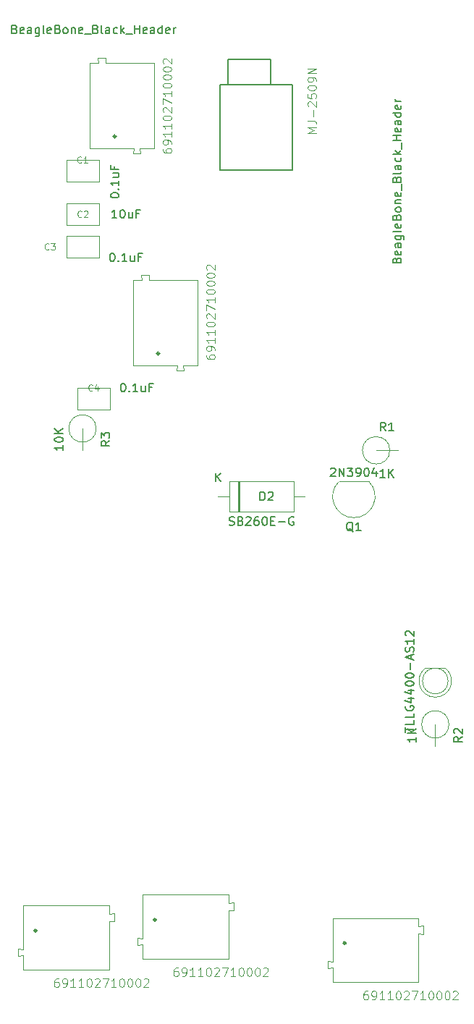
<source format=gbr>
G04 #@! TF.GenerationSoftware,KiCad,Pcbnew,5.1.5-1.fc30*
G04 #@! TF.CreationDate,2020-06-02T12:14:53+03:00*
G04 #@! TF.ProjectId,savustin_real2,73617675-7374-4696-9e5f-7265616c322e,rev?*
G04 #@! TF.SameCoordinates,PX6d2994cPYa3a71e0*
G04 #@! TF.FileFunction,Other,Fab,Top*
%FSLAX46Y46*%
G04 Gerber Fmt 4.6, Leading zero omitted, Abs format (unit mm)*
G04 Created by KiCad (PCBNEW 5.1.5-1.fc30) date 2020-06-02 12:14:53*
%MOMM*%
%LPD*%
G04 APERTURE LIST*
%ADD10C,0.127000*%
%ADD11C,0.100000*%
%ADD12C,0.300000*%
%ADD13C,0.015000*%
%ADD14C,0.150000*%
%ADD15C,0.114000*%
G04 APERTURE END LIST*
D10*
X26545000Y109600000D02*
X26545000Y106600000D01*
X31545000Y109600000D02*
X26545000Y109600000D01*
X31545000Y106600000D02*
X31545000Y109600000D01*
X34045000Y96600000D02*
X34045000Y106600000D01*
X25645000Y96600000D02*
X34045000Y96600000D01*
X25645000Y106600000D02*
X25645000Y96600000D01*
X26545000Y106600000D02*
X25645000Y106600000D01*
X31545000Y106600000D02*
X26545000Y106600000D01*
X34045000Y106600000D02*
X31545000Y106600000D01*
D11*
X27720000Y60220000D02*
X27720000Y56620000D01*
X27920000Y60220000D02*
X27920000Y56620000D01*
X27820000Y60220000D02*
X27820000Y56620000D01*
X35560000Y58420000D02*
X34280000Y58420000D01*
X25400000Y58420000D02*
X26680000Y58420000D01*
X34280000Y60220000D02*
X26680000Y60220000D01*
X34280000Y56620000D02*
X34280000Y60220000D01*
X26680000Y56620000D02*
X34280000Y56620000D01*
X26680000Y60220000D02*
X26680000Y56620000D01*
X51966190Y38330000D02*
X49633810Y38330000D01*
X52300000Y36830000D02*
G75*
G03X52300000Y36830000I-1500000J0D01*
G01*
X49634524Y38330555D02*
G75*
G03X51966190Y38330000I1165476J-1500555D01*
G01*
X9525000Y66372500D02*
X9525000Y63832500D01*
X11125000Y66372500D02*
G75*
G03X11125000Y66372500I-1600000J0D01*
G01*
X50800000Y31750000D02*
X50800000Y29210000D01*
X52400000Y31750000D02*
G75*
G03X52400000Y31750000I-1600000J0D01*
G01*
X43878500Y63817500D02*
X46418500Y63817500D01*
X45478500Y63817500D02*
G75*
G03X45478500Y63817500I-1600000J0D01*
G01*
D12*
X4120000Y7650000D02*
G75*
G03X4120000Y7650000I-100000J0D01*
G01*
D11*
X2620000Y5450000D02*
X2020000Y5525000D01*
X2620000Y4750000D02*
X2020000Y4675000D01*
X2020000Y5525000D02*
X2020000Y4675000D01*
X12620000Y8750000D02*
X13220000Y8700000D01*
X12620000Y9600000D02*
X13220000Y9650000D01*
X13220000Y8700000D02*
X13220000Y9650000D01*
X12620000Y8750000D02*
X12620000Y3050000D01*
X12620000Y10550000D02*
X12620000Y9600000D01*
X2620000Y4750000D02*
X2620000Y3050000D01*
X2620000Y10550000D02*
X2620000Y5450000D01*
X12620000Y10550000D02*
X2620000Y10550000D01*
X2620000Y3050000D02*
X12620000Y3050000D01*
D12*
X13405000Y100540000D02*
G75*
G03X13405000Y100540000I-100000J0D01*
G01*
D11*
X15505000Y99140000D02*
X15430000Y98540000D01*
X16205000Y99140000D02*
X16280000Y98540000D01*
X15430000Y98540000D02*
X16280000Y98540000D01*
X12205000Y109140000D02*
X12255000Y109740000D01*
X11355000Y109140000D02*
X11305000Y109740000D01*
X12255000Y109740000D02*
X11305000Y109740000D01*
X12205000Y109140000D02*
X17905000Y109140000D01*
X10405000Y109140000D02*
X11355000Y109140000D01*
X16205000Y99140000D02*
X17905000Y99140000D01*
X10405000Y99140000D02*
X15505000Y99140000D01*
X10405000Y109140000D02*
X10405000Y99140000D01*
X17905000Y99140000D02*
X17905000Y109140000D01*
D12*
X40289600Y6176800D02*
G75*
G03X40289600Y6176800I-100000J0D01*
G01*
D11*
X38789600Y3976800D02*
X38189600Y4051800D01*
X38789600Y3276800D02*
X38189600Y3201800D01*
X38189600Y4051800D02*
X38189600Y3201800D01*
X48789600Y7276800D02*
X49389600Y7226800D01*
X48789600Y8126800D02*
X49389600Y8176800D01*
X49389600Y7226800D02*
X49389600Y8176800D01*
X48789600Y7276800D02*
X48789600Y1576800D01*
X48789600Y9076800D02*
X48789600Y8126800D01*
X38789600Y3276800D02*
X38789600Y1576800D01*
X38789600Y9076800D02*
X38789600Y3976800D01*
X48789600Y9076800D02*
X38789600Y9076800D01*
X38789600Y1576800D02*
X48789600Y1576800D01*
D12*
X18090000Y8920000D02*
G75*
G03X18090000Y8920000I-100000J0D01*
G01*
D11*
X16590000Y6720000D02*
X15990000Y6795000D01*
X16590000Y6020000D02*
X15990000Y5945000D01*
X15990000Y6795000D02*
X15990000Y5945000D01*
X26590000Y10020000D02*
X27190000Y9970000D01*
X26590000Y10870000D02*
X27190000Y10920000D01*
X27190000Y9970000D02*
X27190000Y10920000D01*
X26590000Y10020000D02*
X26590000Y4320000D01*
X26590000Y11820000D02*
X26590000Y10870000D01*
X16590000Y6020000D02*
X16590000Y4320000D01*
X16590000Y11820000D02*
X16590000Y6720000D01*
X26590000Y11820000D02*
X16590000Y11820000D01*
X16590000Y4320000D02*
X26590000Y4320000D01*
X43028625Y60173625D02*
G75*
G02X41275000Y55940000I-1753625J-1753625D01*
G01*
X39521375Y60173625D02*
G75*
G03X41275000Y55940000I1753625J-1753625D01*
G01*
X43045000Y60170000D02*
X39545000Y60170000D01*
D12*
X18485000Y75140000D02*
G75*
G03X18485000Y75140000I-100000J0D01*
G01*
D11*
X20585000Y73740000D02*
X20510000Y73140000D01*
X21285000Y73740000D02*
X21360000Y73140000D01*
X20510000Y73140000D02*
X21360000Y73140000D01*
X17285000Y83740000D02*
X17335000Y84340000D01*
X16435000Y83740000D02*
X16385000Y84340000D01*
X17335000Y84340000D02*
X16385000Y84340000D01*
X17285000Y83740000D02*
X22985000Y83740000D01*
X15485000Y83740000D02*
X16435000Y83740000D01*
X21285000Y73740000D02*
X22985000Y73740000D01*
X15485000Y73740000D02*
X20585000Y73740000D01*
X15485000Y83740000D02*
X15485000Y73740000D01*
X22985000Y73740000D02*
X22985000Y83740000D01*
X8915000Y68550000D02*
X12715000Y68550000D01*
X8915000Y71150000D02*
X8915000Y68550000D01*
X12715000Y71150000D02*
X8915000Y71150000D01*
X12715000Y68550000D02*
X12715000Y71150000D01*
X7645000Y86330000D02*
X11445000Y86330000D01*
X7645000Y88930000D02*
X7645000Y86330000D01*
X11445000Y88930000D02*
X7645000Y88930000D01*
X11445000Y86330000D02*
X11445000Y88930000D01*
X7645000Y90140000D02*
X11445000Y90140000D01*
X7645000Y92740000D02*
X7645000Y90140000D01*
X11445000Y92740000D02*
X7645000Y92740000D01*
X11445000Y90140000D02*
X11445000Y92740000D01*
X7645000Y95220000D02*
X11445000Y95220000D01*
X7645000Y97820000D02*
X7645000Y95220000D01*
X11445000Y97820000D02*
X7645000Y97820000D01*
X11445000Y95220000D02*
X11445000Y97820000D01*
D13*
X36874407Y100957921D02*
X35874116Y100957921D01*
X36588610Y101291351D01*
X35874116Y101624782D01*
X36874407Y101624782D01*
X35874116Y102386908D02*
X36588610Y102386908D01*
X36731508Y102339275D01*
X36826774Y102244009D01*
X36874407Y102101111D01*
X36874407Y102005845D01*
X36493344Y102863237D02*
X36493344Y103625364D01*
X35969382Y104054060D02*
X35921749Y104101693D01*
X35874116Y104196959D01*
X35874116Y104435123D01*
X35921749Y104530389D01*
X35969382Y104578022D01*
X36064648Y104625655D01*
X36159914Y104625655D01*
X36302812Y104578022D01*
X36874407Y104006427D01*
X36874407Y104625655D01*
X35874116Y105530680D02*
X35874116Y105054351D01*
X36350445Y105006718D01*
X36302812Y105054351D01*
X36255179Y105149617D01*
X36255179Y105387781D01*
X36302812Y105483047D01*
X36350445Y105530680D01*
X36445711Y105578313D01*
X36683875Y105578313D01*
X36779141Y105530680D01*
X36826774Y105483047D01*
X36874407Y105387781D01*
X36874407Y105149617D01*
X36826774Y105054351D01*
X36779141Y105006718D01*
X35874116Y106197541D02*
X35874116Y106292806D01*
X35921749Y106388072D01*
X35969382Y106435705D01*
X36064648Y106483338D01*
X36255179Y106530971D01*
X36493344Y106530971D01*
X36683875Y106483338D01*
X36779141Y106435705D01*
X36826774Y106388072D01*
X36874407Y106292806D01*
X36874407Y106197541D01*
X36826774Y106102275D01*
X36779141Y106054642D01*
X36683875Y106007009D01*
X36493344Y105959376D01*
X36255179Y105959376D01*
X36064648Y106007009D01*
X35969382Y106054642D01*
X35921749Y106102275D01*
X35874116Y106197541D01*
X36874407Y107007300D02*
X36874407Y107197832D01*
X36826774Y107293097D01*
X36779141Y107340730D01*
X36636243Y107435996D01*
X36445711Y107483629D01*
X36064648Y107483629D01*
X35969382Y107435996D01*
X35921749Y107388363D01*
X35874116Y107293097D01*
X35874116Y107102566D01*
X35921749Y107007300D01*
X35969382Y106959667D01*
X36064648Y106912034D01*
X36302812Y106912034D01*
X36398078Y106959667D01*
X36445711Y107007300D01*
X36493344Y107102566D01*
X36493344Y107293097D01*
X36445711Y107388363D01*
X36398078Y107435996D01*
X36302812Y107483629D01*
X36874407Y107912325D02*
X35874116Y107912325D01*
X36874407Y108483920D01*
X35874116Y108483920D01*
D14*
X26694285Y55095239D02*
X26837142Y55047620D01*
X27075238Y55047620D01*
X27170476Y55095239D01*
X27218095Y55142858D01*
X27265714Y55238096D01*
X27265714Y55333334D01*
X27218095Y55428572D01*
X27170476Y55476191D01*
X27075238Y55523810D01*
X26884761Y55571429D01*
X26789523Y55619048D01*
X26741904Y55666667D01*
X26694285Y55761905D01*
X26694285Y55857143D01*
X26741904Y55952381D01*
X26789523Y56000000D01*
X26884761Y56047620D01*
X27122857Y56047620D01*
X27265714Y56000000D01*
X28027619Y55571429D02*
X28170476Y55523810D01*
X28218095Y55476191D01*
X28265714Y55380953D01*
X28265714Y55238096D01*
X28218095Y55142858D01*
X28170476Y55095239D01*
X28075238Y55047620D01*
X27694285Y55047620D01*
X27694285Y56047620D01*
X28027619Y56047620D01*
X28122857Y56000000D01*
X28170476Y55952381D01*
X28218095Y55857143D01*
X28218095Y55761905D01*
X28170476Y55666667D01*
X28122857Y55619048D01*
X28027619Y55571429D01*
X27694285Y55571429D01*
X28646666Y55952381D02*
X28694285Y56000000D01*
X28789523Y56047620D01*
X29027619Y56047620D01*
X29122857Y56000000D01*
X29170476Y55952381D01*
X29218095Y55857143D01*
X29218095Y55761905D01*
X29170476Y55619048D01*
X28599047Y55047620D01*
X29218095Y55047620D01*
X30075238Y56047620D02*
X29884761Y56047620D01*
X29789523Y56000000D01*
X29741904Y55952381D01*
X29646666Y55809524D01*
X29599047Y55619048D01*
X29599047Y55238096D01*
X29646666Y55142858D01*
X29694285Y55095239D01*
X29789523Y55047620D01*
X29980000Y55047620D01*
X30075238Y55095239D01*
X30122857Y55142858D01*
X30170476Y55238096D01*
X30170476Y55476191D01*
X30122857Y55571429D01*
X30075238Y55619048D01*
X29980000Y55666667D01*
X29789523Y55666667D01*
X29694285Y55619048D01*
X29646666Y55571429D01*
X29599047Y55476191D01*
X30789523Y56047620D02*
X30884761Y56047620D01*
X30980000Y56000000D01*
X31027619Y55952381D01*
X31075238Y55857143D01*
X31122857Y55666667D01*
X31122857Y55428572D01*
X31075238Y55238096D01*
X31027619Y55142858D01*
X30980000Y55095239D01*
X30884761Y55047620D01*
X30789523Y55047620D01*
X30694285Y55095239D01*
X30646666Y55142858D01*
X30599047Y55238096D01*
X30551428Y55428572D01*
X30551428Y55666667D01*
X30599047Y55857143D01*
X30646666Y55952381D01*
X30694285Y56000000D01*
X30789523Y56047620D01*
X31551428Y55571429D02*
X31884761Y55571429D01*
X32027619Y55047620D02*
X31551428Y55047620D01*
X31551428Y56047620D01*
X32027619Y56047620D01*
X32456190Y55428572D02*
X33218095Y55428572D01*
X34218095Y56000000D02*
X34122857Y56047620D01*
X33980000Y56047620D01*
X33837142Y56000000D01*
X33741904Y55904762D01*
X33694285Y55809524D01*
X33646666Y55619048D01*
X33646666Y55476191D01*
X33694285Y55285715D01*
X33741904Y55190477D01*
X33837142Y55095239D01*
X33980000Y55047620D01*
X34075238Y55047620D01*
X34218095Y55095239D01*
X34265714Y55142858D01*
X34265714Y55476191D01*
X34075238Y55476191D01*
X25138095Y60167620D02*
X25138095Y61167620D01*
X25709523Y60167620D02*
X25280952Y60739048D01*
X25709523Y61167620D02*
X25138095Y60596191D01*
X30311904Y57967620D02*
X30311904Y58967620D01*
X30550000Y58967620D01*
X30692857Y58920000D01*
X30788095Y58824762D01*
X30835714Y58729524D01*
X30883333Y58539048D01*
X30883333Y58396191D01*
X30835714Y58205715D01*
X30788095Y58110477D01*
X30692857Y58015239D01*
X30550000Y57967620D01*
X30311904Y57967620D01*
X31264285Y58872381D02*
X31311904Y58920000D01*
X31407142Y58967620D01*
X31645238Y58967620D01*
X31740476Y58920000D01*
X31788095Y58872381D01*
X31835714Y58777143D01*
X31835714Y58681905D01*
X31788095Y58539048D01*
X31216666Y57967620D01*
X31835714Y57967620D01*
X47292380Y30853810D02*
X47292380Y31425239D01*
X48292380Y31139524D02*
X47292380Y31139524D01*
X48292380Y32234762D02*
X48292380Y31758572D01*
X47292380Y31758572D01*
X48292380Y33044286D02*
X48292380Y32568096D01*
X47292380Y32568096D01*
X47340000Y33901429D02*
X47292380Y33806191D01*
X47292380Y33663334D01*
X47340000Y33520477D01*
X47435238Y33425239D01*
X47530476Y33377620D01*
X47720952Y33330000D01*
X47863809Y33330000D01*
X48054285Y33377620D01*
X48149523Y33425239D01*
X48244761Y33520477D01*
X48292380Y33663334D01*
X48292380Y33758572D01*
X48244761Y33901429D01*
X48197142Y33949048D01*
X47863809Y33949048D01*
X47863809Y33758572D01*
X47625714Y34806191D02*
X48292380Y34806191D01*
X47244761Y34568096D02*
X47959047Y34330000D01*
X47959047Y34949048D01*
X47625714Y35758572D02*
X48292380Y35758572D01*
X47244761Y35520477D02*
X47959047Y35282381D01*
X47959047Y35901429D01*
X47292380Y36472858D02*
X47292380Y36568096D01*
X47340000Y36663334D01*
X47387619Y36710953D01*
X47482857Y36758572D01*
X47673333Y36806191D01*
X47911428Y36806191D01*
X48101904Y36758572D01*
X48197142Y36710953D01*
X48244761Y36663334D01*
X48292380Y36568096D01*
X48292380Y36472858D01*
X48244761Y36377620D01*
X48197142Y36330000D01*
X48101904Y36282381D01*
X47911428Y36234762D01*
X47673333Y36234762D01*
X47482857Y36282381D01*
X47387619Y36330000D01*
X47340000Y36377620D01*
X47292380Y36472858D01*
X47292380Y37425239D02*
X47292380Y37520477D01*
X47340000Y37615715D01*
X47387619Y37663334D01*
X47482857Y37710953D01*
X47673333Y37758572D01*
X47911428Y37758572D01*
X48101904Y37710953D01*
X48197142Y37663334D01*
X48244761Y37615715D01*
X48292380Y37520477D01*
X48292380Y37425239D01*
X48244761Y37330000D01*
X48197142Y37282381D01*
X48101904Y37234762D01*
X47911428Y37187143D01*
X47673333Y37187143D01*
X47482857Y37234762D01*
X47387619Y37282381D01*
X47340000Y37330000D01*
X47292380Y37425239D01*
X47911428Y38187143D02*
X47911428Y38949048D01*
X48006666Y39377620D02*
X48006666Y39853810D01*
X48292380Y39282381D02*
X47292380Y39615715D01*
X48292380Y39949048D01*
X48244761Y40234762D02*
X48292380Y40377620D01*
X48292380Y40615715D01*
X48244761Y40710953D01*
X48197142Y40758572D01*
X48101904Y40806191D01*
X48006666Y40806191D01*
X47911428Y40758572D01*
X47863809Y40710953D01*
X47816190Y40615715D01*
X47768571Y40425239D01*
X47720952Y40330000D01*
X47673333Y40282381D01*
X47578095Y40234762D01*
X47482857Y40234762D01*
X47387619Y40282381D01*
X47340000Y40330000D01*
X47292380Y40425239D01*
X47292380Y40663334D01*
X47340000Y40806191D01*
X48292380Y41758572D02*
X48292380Y41187143D01*
X48292380Y41472858D02*
X47292380Y41472858D01*
X47435238Y41377620D01*
X47530476Y41282381D01*
X47578095Y41187143D01*
X47387619Y42139524D02*
X47340000Y42187143D01*
X47292380Y42282381D01*
X47292380Y42520477D01*
X47340000Y42615715D01*
X47387619Y42663334D01*
X47482857Y42710953D01*
X47578095Y42710953D01*
X47720952Y42663334D01*
X48292380Y42091905D01*
X48292380Y42710953D01*
X7257380Y64412024D02*
X7257380Y63840596D01*
X7257380Y64126310D02*
X6257380Y64126310D01*
X6400238Y64031072D01*
X6495476Y63935834D01*
X6543095Y63840596D01*
X6257380Y65031072D02*
X6257380Y65126310D01*
X6305000Y65221548D01*
X6352619Y65269167D01*
X6447857Y65316786D01*
X6638333Y65364405D01*
X6876428Y65364405D01*
X7066904Y65316786D01*
X7162142Y65269167D01*
X7209761Y65221548D01*
X7257380Y65126310D01*
X7257380Y65031072D01*
X7209761Y64935834D01*
X7162142Y64888215D01*
X7066904Y64840596D01*
X6876428Y64792977D01*
X6638333Y64792977D01*
X6447857Y64840596D01*
X6352619Y64888215D01*
X6305000Y64935834D01*
X6257380Y65031072D01*
X7257380Y65792977D02*
X6257380Y65792977D01*
X7257380Y66364405D02*
X6685952Y65935834D01*
X6257380Y66364405D02*
X6828809Y65792977D01*
X12697380Y64935834D02*
X12221190Y64602500D01*
X12697380Y64364405D02*
X11697380Y64364405D01*
X11697380Y64745358D01*
X11745000Y64840596D01*
X11792619Y64888215D01*
X11887857Y64935834D01*
X12030714Y64935834D01*
X12125952Y64888215D01*
X12173571Y64840596D01*
X12221190Y64745358D01*
X12221190Y64364405D01*
X11697380Y65269167D02*
X11697380Y65888215D01*
X12078333Y65554881D01*
X12078333Y65697739D01*
X12125952Y65792977D01*
X12173571Y65840596D01*
X12268809Y65888215D01*
X12506904Y65888215D01*
X12602142Y65840596D01*
X12649761Y65792977D01*
X12697380Y65697739D01*
X12697380Y65412024D01*
X12649761Y65316786D01*
X12602142Y65269167D01*
X48532380Y30265715D02*
X48532380Y29694286D01*
X48532380Y29980000D02*
X47532380Y29980000D01*
X47675238Y29884762D01*
X47770476Y29789524D01*
X47818095Y29694286D01*
X48532380Y30694286D02*
X47532380Y30694286D01*
X48532380Y31265715D02*
X47960952Y30837143D01*
X47532380Y31265715D02*
X48103809Y30694286D01*
X53972380Y30313334D02*
X53496190Y29980000D01*
X53972380Y29741905D02*
X52972380Y29741905D01*
X52972380Y30122858D01*
X53020000Y30218096D01*
X53067619Y30265715D01*
X53162857Y30313334D01*
X53305714Y30313334D01*
X53400952Y30265715D01*
X53448571Y30218096D01*
X53496190Y30122858D01*
X53496190Y29741905D01*
X53067619Y30694286D02*
X53020000Y30741905D01*
X52972380Y30837143D01*
X52972380Y31075239D01*
X53020000Y31170477D01*
X53067619Y31218096D01*
X53162857Y31265715D01*
X53258095Y31265715D01*
X53400952Y31218096D01*
X53972380Y30646667D01*
X53972380Y31265715D01*
X44934214Y60645120D02*
X44362785Y60645120D01*
X44648500Y60645120D02*
X44648500Y61645120D01*
X44553261Y61502262D01*
X44458023Y61407024D01*
X44362785Y61359405D01*
X45362785Y60645120D02*
X45362785Y61645120D01*
X45934214Y60645120D02*
X45505642Y61216548D01*
X45934214Y61645120D02*
X45362785Y61073691D01*
X44981833Y66085120D02*
X44648500Y66561310D01*
X44410404Y66085120D02*
X44410404Y67085120D01*
X44791357Y67085120D01*
X44886595Y67037500D01*
X44934214Y66989881D01*
X44981833Y66894643D01*
X44981833Y66751786D01*
X44934214Y66656548D01*
X44886595Y66608929D01*
X44791357Y66561310D01*
X44410404Y66561310D01*
X45934214Y66085120D02*
X45362785Y66085120D01*
X45648500Y66085120D02*
X45648500Y67085120D01*
X45553261Y66942262D01*
X45458023Y66847024D01*
X45362785Y66799405D01*
D13*
X6692380Y2032620D02*
X6501904Y2032620D01*
X6406666Y1985000D01*
X6359047Y1937381D01*
X6263809Y1794524D01*
X6216190Y1604048D01*
X6216190Y1223096D01*
X6263809Y1127858D01*
X6311428Y1080239D01*
X6406666Y1032620D01*
X6597142Y1032620D01*
X6692380Y1080239D01*
X6740000Y1127858D01*
X6787619Y1223096D01*
X6787619Y1461191D01*
X6740000Y1556429D01*
X6692380Y1604048D01*
X6597142Y1651667D01*
X6406666Y1651667D01*
X6311428Y1604048D01*
X6263809Y1556429D01*
X6216190Y1461191D01*
X7263809Y1032620D02*
X7454285Y1032620D01*
X7549523Y1080239D01*
X7597142Y1127858D01*
X7692380Y1270715D01*
X7740000Y1461191D01*
X7740000Y1842143D01*
X7692380Y1937381D01*
X7644761Y1985000D01*
X7549523Y2032620D01*
X7359047Y2032620D01*
X7263809Y1985000D01*
X7216190Y1937381D01*
X7168571Y1842143D01*
X7168571Y1604048D01*
X7216190Y1508810D01*
X7263809Y1461191D01*
X7359047Y1413572D01*
X7549523Y1413572D01*
X7644761Y1461191D01*
X7692380Y1508810D01*
X7740000Y1604048D01*
X8692380Y1032620D02*
X8120952Y1032620D01*
X8406666Y1032620D02*
X8406666Y2032620D01*
X8311428Y1889762D01*
X8216190Y1794524D01*
X8120952Y1746905D01*
X9644761Y1032620D02*
X9073333Y1032620D01*
X9359047Y1032620D02*
X9359047Y2032620D01*
X9263809Y1889762D01*
X9168571Y1794524D01*
X9073333Y1746905D01*
X10263809Y2032620D02*
X10359047Y2032620D01*
X10454285Y1985000D01*
X10501904Y1937381D01*
X10549523Y1842143D01*
X10597142Y1651667D01*
X10597142Y1413572D01*
X10549523Y1223096D01*
X10501904Y1127858D01*
X10454285Y1080239D01*
X10359047Y1032620D01*
X10263809Y1032620D01*
X10168571Y1080239D01*
X10120952Y1127858D01*
X10073333Y1223096D01*
X10025714Y1413572D01*
X10025714Y1651667D01*
X10073333Y1842143D01*
X10120952Y1937381D01*
X10168571Y1985000D01*
X10263809Y2032620D01*
X10978095Y1937381D02*
X11025714Y1985000D01*
X11120952Y2032620D01*
X11359047Y2032620D01*
X11454285Y1985000D01*
X11501904Y1937381D01*
X11549523Y1842143D01*
X11549523Y1746905D01*
X11501904Y1604048D01*
X10930476Y1032620D01*
X11549523Y1032620D01*
X11882857Y2032620D02*
X12549523Y2032620D01*
X12120952Y1032620D01*
X13454285Y1032620D02*
X12882857Y1032620D01*
X13168571Y1032620D02*
X13168571Y2032620D01*
X13073333Y1889762D01*
X12978095Y1794524D01*
X12882857Y1746905D01*
X14073333Y2032620D02*
X14168571Y2032620D01*
X14263809Y1985000D01*
X14311428Y1937381D01*
X14359047Y1842143D01*
X14406666Y1651667D01*
X14406666Y1413572D01*
X14359047Y1223096D01*
X14311428Y1127858D01*
X14263809Y1080239D01*
X14168571Y1032620D01*
X14073333Y1032620D01*
X13978095Y1080239D01*
X13930476Y1127858D01*
X13882857Y1223096D01*
X13835238Y1413572D01*
X13835238Y1651667D01*
X13882857Y1842143D01*
X13930476Y1937381D01*
X13978095Y1985000D01*
X14073333Y2032620D01*
X15025714Y2032620D02*
X15120952Y2032620D01*
X15216190Y1985000D01*
X15263809Y1937381D01*
X15311428Y1842143D01*
X15359047Y1651667D01*
X15359047Y1413572D01*
X15311428Y1223096D01*
X15263809Y1127858D01*
X15216190Y1080239D01*
X15120952Y1032620D01*
X15025714Y1032620D01*
X14930476Y1080239D01*
X14882857Y1127858D01*
X14835238Y1223096D01*
X14787619Y1413572D01*
X14787619Y1651667D01*
X14835238Y1842143D01*
X14882857Y1937381D01*
X14930476Y1985000D01*
X15025714Y2032620D01*
X15978095Y2032620D02*
X16073333Y2032620D01*
X16168571Y1985000D01*
X16216190Y1937381D01*
X16263809Y1842143D01*
X16311428Y1651667D01*
X16311428Y1413572D01*
X16263809Y1223096D01*
X16216190Y1127858D01*
X16168571Y1080239D01*
X16073333Y1032620D01*
X15978095Y1032620D01*
X15882857Y1080239D01*
X15835238Y1127858D01*
X15787619Y1223096D01*
X15740000Y1413572D01*
X15740000Y1651667D01*
X15787619Y1842143D01*
X15835238Y1937381D01*
X15882857Y1985000D01*
X15978095Y2032620D01*
X16692380Y1937381D02*
X16740000Y1985000D01*
X16835238Y2032620D01*
X17073333Y2032620D01*
X17168571Y1985000D01*
X17216190Y1937381D01*
X17263809Y1842143D01*
X17263809Y1746905D01*
X17216190Y1604048D01*
X16644761Y1032620D01*
X17263809Y1032620D01*
X18922380Y99092381D02*
X18922380Y98901905D01*
X18970000Y98806667D01*
X19017619Y98759048D01*
X19160476Y98663810D01*
X19350952Y98616191D01*
X19731904Y98616191D01*
X19827142Y98663810D01*
X19874761Y98711429D01*
X19922380Y98806667D01*
X19922380Y98997143D01*
X19874761Y99092381D01*
X19827142Y99140000D01*
X19731904Y99187620D01*
X19493809Y99187620D01*
X19398571Y99140000D01*
X19350952Y99092381D01*
X19303333Y98997143D01*
X19303333Y98806667D01*
X19350952Y98711429D01*
X19398571Y98663810D01*
X19493809Y98616191D01*
X19922380Y99663810D02*
X19922380Y99854286D01*
X19874761Y99949524D01*
X19827142Y99997143D01*
X19684285Y100092381D01*
X19493809Y100140000D01*
X19112857Y100140000D01*
X19017619Y100092381D01*
X18970000Y100044762D01*
X18922380Y99949524D01*
X18922380Y99759048D01*
X18970000Y99663810D01*
X19017619Y99616191D01*
X19112857Y99568572D01*
X19350952Y99568572D01*
X19446190Y99616191D01*
X19493809Y99663810D01*
X19541428Y99759048D01*
X19541428Y99949524D01*
X19493809Y100044762D01*
X19446190Y100092381D01*
X19350952Y100140000D01*
X19922380Y101092381D02*
X19922380Y100520953D01*
X19922380Y100806667D02*
X18922380Y100806667D01*
X19065238Y100711429D01*
X19160476Y100616191D01*
X19208095Y100520953D01*
X19922380Y102044762D02*
X19922380Y101473334D01*
X19922380Y101759048D02*
X18922380Y101759048D01*
X19065238Y101663810D01*
X19160476Y101568572D01*
X19208095Y101473334D01*
X18922380Y102663810D02*
X18922380Y102759048D01*
X18970000Y102854286D01*
X19017619Y102901905D01*
X19112857Y102949524D01*
X19303333Y102997143D01*
X19541428Y102997143D01*
X19731904Y102949524D01*
X19827142Y102901905D01*
X19874761Y102854286D01*
X19922380Y102759048D01*
X19922380Y102663810D01*
X19874761Y102568572D01*
X19827142Y102520953D01*
X19731904Y102473334D01*
X19541428Y102425715D01*
X19303333Y102425715D01*
X19112857Y102473334D01*
X19017619Y102520953D01*
X18970000Y102568572D01*
X18922380Y102663810D01*
X19017619Y103378096D02*
X18970000Y103425715D01*
X18922380Y103520953D01*
X18922380Y103759048D01*
X18970000Y103854286D01*
X19017619Y103901905D01*
X19112857Y103949524D01*
X19208095Y103949524D01*
X19350952Y103901905D01*
X19922380Y103330477D01*
X19922380Y103949524D01*
X18922380Y104282858D02*
X18922380Y104949524D01*
X19922380Y104520953D01*
X19922380Y105854286D02*
X19922380Y105282858D01*
X19922380Y105568572D02*
X18922380Y105568572D01*
X19065238Y105473334D01*
X19160476Y105378096D01*
X19208095Y105282858D01*
X18922380Y106473334D02*
X18922380Y106568572D01*
X18970000Y106663810D01*
X19017619Y106711429D01*
X19112857Y106759048D01*
X19303333Y106806667D01*
X19541428Y106806667D01*
X19731904Y106759048D01*
X19827142Y106711429D01*
X19874761Y106663810D01*
X19922380Y106568572D01*
X19922380Y106473334D01*
X19874761Y106378096D01*
X19827142Y106330477D01*
X19731904Y106282858D01*
X19541428Y106235239D01*
X19303333Y106235239D01*
X19112857Y106282858D01*
X19017619Y106330477D01*
X18970000Y106378096D01*
X18922380Y106473334D01*
X18922380Y107425715D02*
X18922380Y107520953D01*
X18970000Y107616191D01*
X19017619Y107663810D01*
X19112857Y107711429D01*
X19303333Y107759048D01*
X19541428Y107759048D01*
X19731904Y107711429D01*
X19827142Y107663810D01*
X19874761Y107616191D01*
X19922380Y107520953D01*
X19922380Y107425715D01*
X19874761Y107330477D01*
X19827142Y107282858D01*
X19731904Y107235239D01*
X19541428Y107187620D01*
X19303333Y107187620D01*
X19112857Y107235239D01*
X19017619Y107282858D01*
X18970000Y107330477D01*
X18922380Y107425715D01*
X18922380Y108378096D02*
X18922380Y108473334D01*
X18970000Y108568572D01*
X19017619Y108616191D01*
X19112857Y108663810D01*
X19303333Y108711429D01*
X19541428Y108711429D01*
X19731904Y108663810D01*
X19827142Y108616191D01*
X19874761Y108568572D01*
X19922380Y108473334D01*
X19922380Y108378096D01*
X19874761Y108282858D01*
X19827142Y108235239D01*
X19731904Y108187620D01*
X19541428Y108140000D01*
X19303333Y108140000D01*
X19112857Y108187620D01*
X19017619Y108235239D01*
X18970000Y108282858D01*
X18922380Y108378096D01*
X19017619Y109092381D02*
X18970000Y109140000D01*
X18922380Y109235239D01*
X18922380Y109473334D01*
X18970000Y109568572D01*
X19017619Y109616191D01*
X19112857Y109663810D01*
X19208095Y109663810D01*
X19350952Y109616191D01*
X19922380Y109044762D01*
X19922380Y109663810D01*
X42861980Y559420D02*
X42671504Y559420D01*
X42576266Y511800D01*
X42528647Y464181D01*
X42433409Y321324D01*
X42385790Y130848D01*
X42385790Y-250104D01*
X42433409Y-345342D01*
X42481028Y-392961D01*
X42576266Y-440580D01*
X42766742Y-440580D01*
X42861980Y-392961D01*
X42909600Y-345342D01*
X42957219Y-250104D01*
X42957219Y-12009D01*
X42909600Y83229D01*
X42861980Y130848D01*
X42766742Y178467D01*
X42576266Y178467D01*
X42481028Y130848D01*
X42433409Y83229D01*
X42385790Y-12009D01*
X43433409Y-440580D02*
X43623885Y-440580D01*
X43719123Y-392961D01*
X43766742Y-345342D01*
X43861980Y-202485D01*
X43909600Y-12009D01*
X43909600Y368943D01*
X43861980Y464181D01*
X43814361Y511800D01*
X43719123Y559420D01*
X43528647Y559420D01*
X43433409Y511800D01*
X43385790Y464181D01*
X43338171Y368943D01*
X43338171Y130848D01*
X43385790Y35610D01*
X43433409Y-12009D01*
X43528647Y-59628D01*
X43719123Y-59628D01*
X43814361Y-12009D01*
X43861980Y35610D01*
X43909600Y130848D01*
X44861980Y-440580D02*
X44290552Y-440580D01*
X44576266Y-440580D02*
X44576266Y559420D01*
X44481028Y416562D01*
X44385790Y321324D01*
X44290552Y273705D01*
X45814361Y-440580D02*
X45242933Y-440580D01*
X45528647Y-440580D02*
X45528647Y559420D01*
X45433409Y416562D01*
X45338171Y321324D01*
X45242933Y273705D01*
X46433409Y559420D02*
X46528647Y559420D01*
X46623885Y511800D01*
X46671504Y464181D01*
X46719123Y368943D01*
X46766742Y178467D01*
X46766742Y-59628D01*
X46719123Y-250104D01*
X46671504Y-345342D01*
X46623885Y-392961D01*
X46528647Y-440580D01*
X46433409Y-440580D01*
X46338171Y-392961D01*
X46290552Y-345342D01*
X46242933Y-250104D01*
X46195314Y-59628D01*
X46195314Y178467D01*
X46242933Y368943D01*
X46290552Y464181D01*
X46338171Y511800D01*
X46433409Y559420D01*
X47147695Y464181D02*
X47195314Y511800D01*
X47290552Y559420D01*
X47528647Y559420D01*
X47623885Y511800D01*
X47671504Y464181D01*
X47719123Y368943D01*
X47719123Y273705D01*
X47671504Y130848D01*
X47100076Y-440580D01*
X47719123Y-440580D01*
X48052457Y559420D02*
X48719123Y559420D01*
X48290552Y-440580D01*
X49623885Y-440580D02*
X49052457Y-440580D01*
X49338171Y-440580D02*
X49338171Y559420D01*
X49242933Y416562D01*
X49147695Y321324D01*
X49052457Y273705D01*
X50242933Y559420D02*
X50338171Y559420D01*
X50433409Y511800D01*
X50481028Y464181D01*
X50528647Y368943D01*
X50576266Y178467D01*
X50576266Y-59628D01*
X50528647Y-250104D01*
X50481028Y-345342D01*
X50433409Y-392961D01*
X50338171Y-440580D01*
X50242933Y-440580D01*
X50147695Y-392961D01*
X50100076Y-345342D01*
X50052457Y-250104D01*
X50004838Y-59628D01*
X50004838Y178467D01*
X50052457Y368943D01*
X50100076Y464181D01*
X50147695Y511800D01*
X50242933Y559420D01*
X51195314Y559420D02*
X51290552Y559420D01*
X51385790Y511800D01*
X51433409Y464181D01*
X51481028Y368943D01*
X51528647Y178467D01*
X51528647Y-59628D01*
X51481028Y-250104D01*
X51433409Y-345342D01*
X51385790Y-392961D01*
X51290552Y-440580D01*
X51195314Y-440580D01*
X51100076Y-392961D01*
X51052457Y-345342D01*
X51004838Y-250104D01*
X50957219Y-59628D01*
X50957219Y178467D01*
X51004838Y368943D01*
X51052457Y464181D01*
X51100076Y511800D01*
X51195314Y559420D01*
X52147695Y559420D02*
X52242933Y559420D01*
X52338171Y511800D01*
X52385790Y464181D01*
X52433409Y368943D01*
X52481028Y178467D01*
X52481028Y-59628D01*
X52433409Y-250104D01*
X52385790Y-345342D01*
X52338171Y-392961D01*
X52242933Y-440580D01*
X52147695Y-440580D01*
X52052457Y-392961D01*
X52004838Y-345342D01*
X51957219Y-250104D01*
X51909600Y-59628D01*
X51909600Y178467D01*
X51957219Y368943D01*
X52004838Y464181D01*
X52052457Y511800D01*
X52147695Y559420D01*
X52861980Y464181D02*
X52909600Y511800D01*
X53004838Y559420D01*
X53242933Y559420D01*
X53338171Y511800D01*
X53385790Y464181D01*
X53433409Y368943D01*
X53433409Y273705D01*
X53385790Y130848D01*
X52814361Y-440580D01*
X53433409Y-440580D01*
X20662380Y3302620D02*
X20471904Y3302620D01*
X20376666Y3255000D01*
X20329047Y3207381D01*
X20233809Y3064524D01*
X20186190Y2874048D01*
X20186190Y2493096D01*
X20233809Y2397858D01*
X20281428Y2350239D01*
X20376666Y2302620D01*
X20567142Y2302620D01*
X20662380Y2350239D01*
X20710000Y2397858D01*
X20757619Y2493096D01*
X20757619Y2731191D01*
X20710000Y2826429D01*
X20662380Y2874048D01*
X20567142Y2921667D01*
X20376666Y2921667D01*
X20281428Y2874048D01*
X20233809Y2826429D01*
X20186190Y2731191D01*
X21233809Y2302620D02*
X21424285Y2302620D01*
X21519523Y2350239D01*
X21567142Y2397858D01*
X21662380Y2540715D01*
X21710000Y2731191D01*
X21710000Y3112143D01*
X21662380Y3207381D01*
X21614761Y3255000D01*
X21519523Y3302620D01*
X21329047Y3302620D01*
X21233809Y3255000D01*
X21186190Y3207381D01*
X21138571Y3112143D01*
X21138571Y2874048D01*
X21186190Y2778810D01*
X21233809Y2731191D01*
X21329047Y2683572D01*
X21519523Y2683572D01*
X21614761Y2731191D01*
X21662380Y2778810D01*
X21710000Y2874048D01*
X22662380Y2302620D02*
X22090952Y2302620D01*
X22376666Y2302620D02*
X22376666Y3302620D01*
X22281428Y3159762D01*
X22186190Y3064524D01*
X22090952Y3016905D01*
X23614761Y2302620D02*
X23043333Y2302620D01*
X23329047Y2302620D02*
X23329047Y3302620D01*
X23233809Y3159762D01*
X23138571Y3064524D01*
X23043333Y3016905D01*
X24233809Y3302620D02*
X24329047Y3302620D01*
X24424285Y3255000D01*
X24471904Y3207381D01*
X24519523Y3112143D01*
X24567142Y2921667D01*
X24567142Y2683572D01*
X24519523Y2493096D01*
X24471904Y2397858D01*
X24424285Y2350239D01*
X24329047Y2302620D01*
X24233809Y2302620D01*
X24138571Y2350239D01*
X24090952Y2397858D01*
X24043333Y2493096D01*
X23995714Y2683572D01*
X23995714Y2921667D01*
X24043333Y3112143D01*
X24090952Y3207381D01*
X24138571Y3255000D01*
X24233809Y3302620D01*
X24948095Y3207381D02*
X24995714Y3255000D01*
X25090952Y3302620D01*
X25329047Y3302620D01*
X25424285Y3255000D01*
X25471904Y3207381D01*
X25519523Y3112143D01*
X25519523Y3016905D01*
X25471904Y2874048D01*
X24900476Y2302620D01*
X25519523Y2302620D01*
X25852857Y3302620D02*
X26519523Y3302620D01*
X26090952Y2302620D01*
X27424285Y2302620D02*
X26852857Y2302620D01*
X27138571Y2302620D02*
X27138571Y3302620D01*
X27043333Y3159762D01*
X26948095Y3064524D01*
X26852857Y3016905D01*
X28043333Y3302620D02*
X28138571Y3302620D01*
X28233809Y3255000D01*
X28281428Y3207381D01*
X28329047Y3112143D01*
X28376666Y2921667D01*
X28376666Y2683572D01*
X28329047Y2493096D01*
X28281428Y2397858D01*
X28233809Y2350239D01*
X28138571Y2302620D01*
X28043333Y2302620D01*
X27948095Y2350239D01*
X27900476Y2397858D01*
X27852857Y2493096D01*
X27805238Y2683572D01*
X27805238Y2921667D01*
X27852857Y3112143D01*
X27900476Y3207381D01*
X27948095Y3255000D01*
X28043333Y3302620D01*
X28995714Y3302620D02*
X29090952Y3302620D01*
X29186190Y3255000D01*
X29233809Y3207381D01*
X29281428Y3112143D01*
X29329047Y2921667D01*
X29329047Y2683572D01*
X29281428Y2493096D01*
X29233809Y2397858D01*
X29186190Y2350239D01*
X29090952Y2302620D01*
X28995714Y2302620D01*
X28900476Y2350239D01*
X28852857Y2397858D01*
X28805238Y2493096D01*
X28757619Y2683572D01*
X28757619Y2921667D01*
X28805238Y3112143D01*
X28852857Y3207381D01*
X28900476Y3255000D01*
X28995714Y3302620D01*
X29948095Y3302620D02*
X30043333Y3302620D01*
X30138571Y3255000D01*
X30186190Y3207381D01*
X30233809Y3112143D01*
X30281428Y2921667D01*
X30281428Y2683572D01*
X30233809Y2493096D01*
X30186190Y2397858D01*
X30138571Y2350239D01*
X30043333Y2302620D01*
X29948095Y2302620D01*
X29852857Y2350239D01*
X29805238Y2397858D01*
X29757619Y2493096D01*
X29710000Y2683572D01*
X29710000Y2921667D01*
X29757619Y3112143D01*
X29805238Y3207381D01*
X29852857Y3255000D01*
X29948095Y3302620D01*
X30662380Y3207381D02*
X30710000Y3255000D01*
X30805238Y3302620D01*
X31043333Y3302620D01*
X31138571Y3255000D01*
X31186190Y3207381D01*
X31233809Y3112143D01*
X31233809Y3016905D01*
X31186190Y2874048D01*
X30614761Y2302620D01*
X31233809Y2302620D01*
D14*
X38560714Y61662381D02*
X38608333Y61710000D01*
X38703571Y61757620D01*
X38941666Y61757620D01*
X39036904Y61710000D01*
X39084523Y61662381D01*
X39132142Y61567143D01*
X39132142Y61471905D01*
X39084523Y61329048D01*
X38513095Y60757620D01*
X39132142Y60757620D01*
X39560714Y60757620D02*
X39560714Y61757620D01*
X40132142Y60757620D01*
X40132142Y61757620D01*
X40513095Y61757620D02*
X41132142Y61757620D01*
X40798809Y61376667D01*
X40941666Y61376667D01*
X41036904Y61329048D01*
X41084523Y61281429D01*
X41132142Y61186191D01*
X41132142Y60948096D01*
X41084523Y60852858D01*
X41036904Y60805239D01*
X40941666Y60757620D01*
X40655952Y60757620D01*
X40560714Y60805239D01*
X40513095Y60852858D01*
X41608333Y60757620D02*
X41798809Y60757620D01*
X41894047Y60805239D01*
X41941666Y60852858D01*
X42036904Y60995715D01*
X42084523Y61186191D01*
X42084523Y61567143D01*
X42036904Y61662381D01*
X41989285Y61710000D01*
X41894047Y61757620D01*
X41703571Y61757620D01*
X41608333Y61710000D01*
X41560714Y61662381D01*
X41513095Y61567143D01*
X41513095Y61329048D01*
X41560714Y61233810D01*
X41608333Y61186191D01*
X41703571Y61138572D01*
X41894047Y61138572D01*
X41989285Y61186191D01*
X42036904Y61233810D01*
X42084523Y61329048D01*
X42703571Y61757620D02*
X42798809Y61757620D01*
X42894047Y61710000D01*
X42941666Y61662381D01*
X42989285Y61567143D01*
X43036904Y61376667D01*
X43036904Y61138572D01*
X42989285Y60948096D01*
X42941666Y60852858D01*
X42894047Y60805239D01*
X42798809Y60757620D01*
X42703571Y60757620D01*
X42608333Y60805239D01*
X42560714Y60852858D01*
X42513095Y60948096D01*
X42465476Y61138572D01*
X42465476Y61376667D01*
X42513095Y61567143D01*
X42560714Y61662381D01*
X42608333Y61710000D01*
X42703571Y61757620D01*
X43894047Y61424286D02*
X43894047Y60757620D01*
X43655952Y61805239D02*
X43417857Y61090953D01*
X44036904Y61090953D01*
X41179761Y54312381D02*
X41084523Y54360000D01*
X40989285Y54455239D01*
X40846428Y54598096D01*
X40751190Y54645715D01*
X40655952Y54645715D01*
X40703571Y54407620D02*
X40608333Y54455239D01*
X40513095Y54550477D01*
X40465476Y54740953D01*
X40465476Y55074286D01*
X40513095Y55264762D01*
X40608333Y55360000D01*
X40703571Y55407620D01*
X40894047Y55407620D01*
X40989285Y55360000D01*
X41084523Y55264762D01*
X41132142Y55074286D01*
X41132142Y54740953D01*
X41084523Y54550477D01*
X40989285Y54455239D01*
X40894047Y54407620D01*
X40703571Y54407620D01*
X42084523Y54407620D02*
X41513095Y54407620D01*
X41798809Y54407620D02*
X41798809Y55407620D01*
X41703571Y55264762D01*
X41608333Y55169524D01*
X41513095Y55121905D01*
D13*
X24002380Y74962381D02*
X24002380Y74771905D01*
X24050000Y74676667D01*
X24097619Y74629048D01*
X24240476Y74533810D01*
X24430952Y74486191D01*
X24811904Y74486191D01*
X24907142Y74533810D01*
X24954761Y74581429D01*
X25002380Y74676667D01*
X25002380Y74867143D01*
X24954761Y74962381D01*
X24907142Y75010000D01*
X24811904Y75057620D01*
X24573809Y75057620D01*
X24478571Y75010000D01*
X24430952Y74962381D01*
X24383333Y74867143D01*
X24383333Y74676667D01*
X24430952Y74581429D01*
X24478571Y74533810D01*
X24573809Y74486191D01*
X25002380Y75533810D02*
X25002380Y75724286D01*
X24954761Y75819524D01*
X24907142Y75867143D01*
X24764285Y75962381D01*
X24573809Y76010000D01*
X24192857Y76010000D01*
X24097619Y75962381D01*
X24050000Y75914762D01*
X24002380Y75819524D01*
X24002380Y75629048D01*
X24050000Y75533810D01*
X24097619Y75486191D01*
X24192857Y75438572D01*
X24430952Y75438572D01*
X24526190Y75486191D01*
X24573809Y75533810D01*
X24621428Y75629048D01*
X24621428Y75819524D01*
X24573809Y75914762D01*
X24526190Y75962381D01*
X24430952Y76010000D01*
X25002380Y76962381D02*
X25002380Y76390953D01*
X25002380Y76676667D02*
X24002380Y76676667D01*
X24145238Y76581429D01*
X24240476Y76486191D01*
X24288095Y76390953D01*
X25002380Y77914762D02*
X25002380Y77343334D01*
X25002380Y77629048D02*
X24002380Y77629048D01*
X24145238Y77533810D01*
X24240476Y77438572D01*
X24288095Y77343334D01*
X24002380Y78533810D02*
X24002380Y78629048D01*
X24050000Y78724286D01*
X24097619Y78771905D01*
X24192857Y78819524D01*
X24383333Y78867143D01*
X24621428Y78867143D01*
X24811904Y78819524D01*
X24907142Y78771905D01*
X24954761Y78724286D01*
X25002380Y78629048D01*
X25002380Y78533810D01*
X24954761Y78438572D01*
X24907142Y78390953D01*
X24811904Y78343334D01*
X24621428Y78295715D01*
X24383333Y78295715D01*
X24192857Y78343334D01*
X24097619Y78390953D01*
X24050000Y78438572D01*
X24002380Y78533810D01*
X24097619Y79248096D02*
X24050000Y79295715D01*
X24002380Y79390953D01*
X24002380Y79629048D01*
X24050000Y79724286D01*
X24097619Y79771905D01*
X24192857Y79819524D01*
X24288095Y79819524D01*
X24430952Y79771905D01*
X25002380Y79200477D01*
X25002380Y79819524D01*
X24002380Y80152858D02*
X24002380Y80819524D01*
X25002380Y80390953D01*
X25002380Y81724286D02*
X25002380Y81152858D01*
X25002380Y81438572D02*
X24002380Y81438572D01*
X24145238Y81343334D01*
X24240476Y81248096D01*
X24288095Y81152858D01*
X24002380Y82343334D02*
X24002380Y82438572D01*
X24050000Y82533810D01*
X24097619Y82581429D01*
X24192857Y82629048D01*
X24383333Y82676667D01*
X24621428Y82676667D01*
X24811904Y82629048D01*
X24907142Y82581429D01*
X24954761Y82533810D01*
X25002380Y82438572D01*
X25002380Y82343334D01*
X24954761Y82248096D01*
X24907142Y82200477D01*
X24811904Y82152858D01*
X24621428Y82105239D01*
X24383333Y82105239D01*
X24192857Y82152858D01*
X24097619Y82200477D01*
X24050000Y82248096D01*
X24002380Y82343334D01*
X24002380Y83295715D02*
X24002380Y83390953D01*
X24050000Y83486191D01*
X24097619Y83533810D01*
X24192857Y83581429D01*
X24383333Y83629048D01*
X24621428Y83629048D01*
X24811904Y83581429D01*
X24907142Y83533810D01*
X24954761Y83486191D01*
X25002380Y83390953D01*
X25002380Y83295715D01*
X24954761Y83200477D01*
X24907142Y83152858D01*
X24811904Y83105239D01*
X24621428Y83057620D01*
X24383333Y83057620D01*
X24192857Y83105239D01*
X24097619Y83152858D01*
X24050000Y83200477D01*
X24002380Y83295715D01*
X24002380Y84248096D02*
X24002380Y84343334D01*
X24050000Y84438572D01*
X24097619Y84486191D01*
X24192857Y84533810D01*
X24383333Y84581429D01*
X24621428Y84581429D01*
X24811904Y84533810D01*
X24907142Y84486191D01*
X24954761Y84438572D01*
X25002380Y84343334D01*
X25002380Y84248096D01*
X24954761Y84152858D01*
X24907142Y84105239D01*
X24811904Y84057620D01*
X24621428Y84010000D01*
X24383333Y84010000D01*
X24192857Y84057620D01*
X24097619Y84105239D01*
X24050000Y84152858D01*
X24002380Y84248096D01*
X24097619Y84962381D02*
X24050000Y85010000D01*
X24002380Y85105239D01*
X24002380Y85343334D01*
X24050000Y85438572D01*
X24097619Y85486191D01*
X24192857Y85533810D01*
X24288095Y85533810D01*
X24430952Y85486191D01*
X25002380Y84914762D01*
X25002380Y85533810D01*
D14*
X14232142Y71667620D02*
X14327380Y71667620D01*
X14422619Y71620000D01*
X14470238Y71572381D01*
X14517857Y71477143D01*
X14565476Y71286667D01*
X14565476Y71048572D01*
X14517857Y70858096D01*
X14470238Y70762858D01*
X14422619Y70715239D01*
X14327380Y70667620D01*
X14232142Y70667620D01*
X14136904Y70715239D01*
X14089285Y70762858D01*
X14041666Y70858096D01*
X13994047Y71048572D01*
X13994047Y71286667D01*
X14041666Y71477143D01*
X14089285Y71572381D01*
X14136904Y71620000D01*
X14232142Y71667620D01*
X14994047Y70762858D02*
X15041666Y70715239D01*
X14994047Y70667620D01*
X14946428Y70715239D01*
X14994047Y70762858D01*
X14994047Y70667620D01*
X15994047Y70667620D02*
X15422619Y70667620D01*
X15708333Y70667620D02*
X15708333Y71667620D01*
X15613095Y71524762D01*
X15517857Y71429524D01*
X15422619Y71381905D01*
X16851190Y71334286D02*
X16851190Y70667620D01*
X16422619Y71334286D02*
X16422619Y70810477D01*
X16470238Y70715239D01*
X16565476Y70667620D01*
X16708333Y70667620D01*
X16803571Y70715239D01*
X16851190Y70762858D01*
X17660714Y71191429D02*
X17327380Y71191429D01*
X17327380Y70667620D02*
X17327380Y71667620D01*
X17803571Y71667620D01*
D15*
X10688333Y70848572D02*
X10652142Y70812381D01*
X10543571Y70776191D01*
X10471190Y70776191D01*
X10362619Y70812381D01*
X10290238Y70884762D01*
X10254047Y70957143D01*
X10217857Y71101905D01*
X10217857Y71210477D01*
X10254047Y71355239D01*
X10290238Y71427620D01*
X10362619Y71500000D01*
X10471190Y71536191D01*
X10543571Y71536191D01*
X10652142Y71500000D01*
X10688333Y71463810D01*
X11339761Y71282858D02*
X11339761Y70776191D01*
X11158809Y71572381D02*
X10977857Y71029524D01*
X11448333Y71029524D01*
D14*
X12962142Y86907620D02*
X13057380Y86907620D01*
X13152619Y86860000D01*
X13200238Y86812381D01*
X13247857Y86717143D01*
X13295476Y86526667D01*
X13295476Y86288572D01*
X13247857Y86098096D01*
X13200238Y86002858D01*
X13152619Y85955239D01*
X13057380Y85907620D01*
X12962142Y85907620D01*
X12866904Y85955239D01*
X12819285Y86002858D01*
X12771666Y86098096D01*
X12724047Y86288572D01*
X12724047Y86526667D01*
X12771666Y86717143D01*
X12819285Y86812381D01*
X12866904Y86860000D01*
X12962142Y86907620D01*
X13724047Y86002858D02*
X13771666Y85955239D01*
X13724047Y85907620D01*
X13676428Y85955239D01*
X13724047Y86002858D01*
X13724047Y85907620D01*
X14724047Y85907620D02*
X14152619Y85907620D01*
X14438333Y85907620D02*
X14438333Y86907620D01*
X14343095Y86764762D01*
X14247857Y86669524D01*
X14152619Y86621905D01*
X15581190Y86574286D02*
X15581190Y85907620D01*
X15152619Y86574286D02*
X15152619Y86050477D01*
X15200238Y85955239D01*
X15295476Y85907620D01*
X15438333Y85907620D01*
X15533571Y85955239D01*
X15581190Y86002858D01*
X16390714Y86431429D02*
X16057380Y86431429D01*
X16057380Y85907620D02*
X16057380Y86907620D01*
X16533571Y86907620D01*
D15*
X5588333Y87358572D02*
X5552142Y87322381D01*
X5443571Y87286191D01*
X5371190Y87286191D01*
X5262619Y87322381D01*
X5190238Y87394762D01*
X5154047Y87467143D01*
X5117857Y87611905D01*
X5117857Y87720477D01*
X5154047Y87865239D01*
X5190238Y87937620D01*
X5262619Y88010000D01*
X5371190Y88046191D01*
X5443571Y88046191D01*
X5552142Y88010000D01*
X5588333Y87973810D01*
X5841666Y88046191D02*
X6312142Y88046191D01*
X6058809Y87756667D01*
X6167380Y87756667D01*
X6239761Y87720477D01*
X6275952Y87684286D01*
X6312142Y87611905D01*
X6312142Y87430953D01*
X6275952Y87358572D01*
X6239761Y87322381D01*
X6167380Y87286191D01*
X5950238Y87286191D01*
X5877857Y87322381D01*
X5841666Y87358572D01*
D14*
X13533571Y90987620D02*
X12962142Y90987620D01*
X13247857Y90987620D02*
X13247857Y91987620D01*
X13152619Y91844762D01*
X13057380Y91749524D01*
X12962142Y91701905D01*
X14152619Y91987620D02*
X14247857Y91987620D01*
X14343095Y91940000D01*
X14390714Y91892381D01*
X14438333Y91797143D01*
X14485952Y91606667D01*
X14485952Y91368572D01*
X14438333Y91178096D01*
X14390714Y91082858D01*
X14343095Y91035239D01*
X14247857Y90987620D01*
X14152619Y90987620D01*
X14057380Y91035239D01*
X14009761Y91082858D01*
X13962142Y91178096D01*
X13914523Y91368572D01*
X13914523Y91606667D01*
X13962142Y91797143D01*
X14009761Y91892381D01*
X14057380Y91940000D01*
X14152619Y91987620D01*
X15343095Y91654286D02*
X15343095Y90987620D01*
X14914523Y91654286D02*
X14914523Y91130477D01*
X14962142Y91035239D01*
X15057380Y90987620D01*
X15200238Y90987620D01*
X15295476Y91035239D01*
X15343095Y91082858D01*
X16152619Y91511429D02*
X15819285Y91511429D01*
X15819285Y90987620D02*
X15819285Y91987620D01*
X16295476Y91987620D01*
D15*
X9418333Y91168572D02*
X9382142Y91132381D01*
X9273571Y91096191D01*
X9201190Y91096191D01*
X9092619Y91132381D01*
X9020238Y91204762D01*
X8984047Y91277143D01*
X8947857Y91421905D01*
X8947857Y91530477D01*
X8984047Y91675239D01*
X9020238Y91747620D01*
X9092619Y91820000D01*
X9201190Y91856191D01*
X9273571Y91856191D01*
X9382142Y91820000D01*
X9418333Y91783810D01*
X9707857Y91783810D02*
X9744047Y91820000D01*
X9816428Y91856191D01*
X9997380Y91856191D01*
X10069761Y91820000D01*
X10105952Y91783810D01*
X10142142Y91711429D01*
X10142142Y91639048D01*
X10105952Y91530477D01*
X9671666Y91096191D01*
X10142142Y91096191D01*
D14*
X12787380Y93607143D02*
X12787380Y93702381D01*
X12835000Y93797620D01*
X12882619Y93845239D01*
X12977857Y93892858D01*
X13168333Y93940477D01*
X13406428Y93940477D01*
X13596904Y93892858D01*
X13692142Y93845239D01*
X13739761Y93797620D01*
X13787380Y93702381D01*
X13787380Y93607143D01*
X13739761Y93511905D01*
X13692142Y93464286D01*
X13596904Y93416667D01*
X13406428Y93369048D01*
X13168333Y93369048D01*
X12977857Y93416667D01*
X12882619Y93464286D01*
X12835000Y93511905D01*
X12787380Y93607143D01*
X13692142Y94369048D02*
X13739761Y94416667D01*
X13787380Y94369048D01*
X13739761Y94321429D01*
X13692142Y94369048D01*
X13787380Y94369048D01*
X13787380Y95369048D02*
X13787380Y94797620D01*
X13787380Y95083334D02*
X12787380Y95083334D01*
X12930238Y94988096D01*
X13025476Y94892858D01*
X13073095Y94797620D01*
X13120714Y96226191D02*
X13787380Y96226191D01*
X13120714Y95797620D02*
X13644523Y95797620D01*
X13739761Y95845239D01*
X13787380Y95940477D01*
X13787380Y96083334D01*
X13739761Y96178572D01*
X13692142Y96226191D01*
X13263571Y97035715D02*
X13263571Y96702381D01*
X13787380Y96702381D02*
X12787380Y96702381D01*
X12787380Y97178572D01*
D15*
X9398333Y97518572D02*
X9362142Y97482381D01*
X9253571Y97446191D01*
X9181190Y97446191D01*
X9072619Y97482381D01*
X9000238Y97554762D01*
X8964047Y97627143D01*
X8927857Y97771905D01*
X8927857Y97880477D01*
X8964047Y98025239D01*
X9000238Y98097620D01*
X9072619Y98170000D01*
X9181190Y98206191D01*
X9253571Y98206191D01*
X9362142Y98170000D01*
X9398333Y98133810D01*
X10122142Y97446191D02*
X9687857Y97446191D01*
X9905000Y97446191D02*
X9905000Y98206191D01*
X9832619Y98097620D01*
X9760238Y98025239D01*
X9687857Y97989048D01*
D14*
X46283571Y86059524D02*
X46331190Y86202381D01*
X46378809Y86250000D01*
X46474047Y86297620D01*
X46616904Y86297620D01*
X46712142Y86250000D01*
X46759761Y86202381D01*
X46807380Y86107143D01*
X46807380Y85726191D01*
X45807380Y85726191D01*
X45807380Y86059524D01*
X45855000Y86154762D01*
X45902619Y86202381D01*
X45997857Y86250000D01*
X46093095Y86250000D01*
X46188333Y86202381D01*
X46235952Y86154762D01*
X46283571Y86059524D01*
X46283571Y85726191D01*
X46759761Y87107143D02*
X46807380Y87011905D01*
X46807380Y86821429D01*
X46759761Y86726191D01*
X46664523Y86678572D01*
X46283571Y86678572D01*
X46188333Y86726191D01*
X46140714Y86821429D01*
X46140714Y87011905D01*
X46188333Y87107143D01*
X46283571Y87154762D01*
X46378809Y87154762D01*
X46474047Y86678572D01*
X46807380Y88011905D02*
X46283571Y88011905D01*
X46188333Y87964286D01*
X46140714Y87869048D01*
X46140714Y87678572D01*
X46188333Y87583334D01*
X46759761Y88011905D02*
X46807380Y87916667D01*
X46807380Y87678572D01*
X46759761Y87583334D01*
X46664523Y87535715D01*
X46569285Y87535715D01*
X46474047Y87583334D01*
X46426428Y87678572D01*
X46426428Y87916667D01*
X46378809Y88011905D01*
X46140714Y88916667D02*
X46950238Y88916667D01*
X47045476Y88869048D01*
X47093095Y88821429D01*
X47140714Y88726191D01*
X47140714Y88583334D01*
X47093095Y88488096D01*
X46759761Y88916667D02*
X46807380Y88821429D01*
X46807380Y88630953D01*
X46759761Y88535715D01*
X46712142Y88488096D01*
X46616904Y88440477D01*
X46331190Y88440477D01*
X46235952Y88488096D01*
X46188333Y88535715D01*
X46140714Y88630953D01*
X46140714Y88821429D01*
X46188333Y88916667D01*
X46807380Y89535715D02*
X46759761Y89440477D01*
X46664523Y89392858D01*
X45807380Y89392858D01*
X46759761Y90297620D02*
X46807380Y90202381D01*
X46807380Y90011905D01*
X46759761Y89916667D01*
X46664523Y89869048D01*
X46283571Y89869048D01*
X46188333Y89916667D01*
X46140714Y90011905D01*
X46140714Y90202381D01*
X46188333Y90297620D01*
X46283571Y90345239D01*
X46378809Y90345239D01*
X46474047Y89869048D01*
X46283571Y91107143D02*
X46331190Y91250000D01*
X46378809Y91297620D01*
X46474047Y91345239D01*
X46616904Y91345239D01*
X46712142Y91297620D01*
X46759761Y91250000D01*
X46807380Y91154762D01*
X46807380Y90773810D01*
X45807380Y90773810D01*
X45807380Y91107143D01*
X45855000Y91202381D01*
X45902619Y91250000D01*
X45997857Y91297620D01*
X46093095Y91297620D01*
X46188333Y91250000D01*
X46235952Y91202381D01*
X46283571Y91107143D01*
X46283571Y90773810D01*
X46807380Y91916667D02*
X46759761Y91821429D01*
X46712142Y91773810D01*
X46616904Y91726191D01*
X46331190Y91726191D01*
X46235952Y91773810D01*
X46188333Y91821429D01*
X46140714Y91916667D01*
X46140714Y92059524D01*
X46188333Y92154762D01*
X46235952Y92202381D01*
X46331190Y92250000D01*
X46616904Y92250000D01*
X46712142Y92202381D01*
X46759761Y92154762D01*
X46807380Y92059524D01*
X46807380Y91916667D01*
X46140714Y92678572D02*
X46807380Y92678572D01*
X46235952Y92678572D02*
X46188333Y92726191D01*
X46140714Y92821429D01*
X46140714Y92964286D01*
X46188333Y93059524D01*
X46283571Y93107143D01*
X46807380Y93107143D01*
X46759761Y93964286D02*
X46807380Y93869048D01*
X46807380Y93678572D01*
X46759761Y93583334D01*
X46664523Y93535715D01*
X46283571Y93535715D01*
X46188333Y93583334D01*
X46140714Y93678572D01*
X46140714Y93869048D01*
X46188333Y93964286D01*
X46283571Y94011905D01*
X46378809Y94011905D01*
X46474047Y93535715D01*
X46902619Y94202381D02*
X46902619Y94964286D01*
X46283571Y95535715D02*
X46331190Y95678572D01*
X46378809Y95726191D01*
X46474047Y95773810D01*
X46616904Y95773810D01*
X46712142Y95726191D01*
X46759761Y95678572D01*
X46807380Y95583334D01*
X46807380Y95202381D01*
X45807380Y95202381D01*
X45807380Y95535715D01*
X45855000Y95630953D01*
X45902619Y95678572D01*
X45997857Y95726191D01*
X46093095Y95726191D01*
X46188333Y95678572D01*
X46235952Y95630953D01*
X46283571Y95535715D01*
X46283571Y95202381D01*
X46807380Y96345239D02*
X46759761Y96250000D01*
X46664523Y96202381D01*
X45807380Y96202381D01*
X46807380Y97154762D02*
X46283571Y97154762D01*
X46188333Y97107143D01*
X46140714Y97011905D01*
X46140714Y96821429D01*
X46188333Y96726191D01*
X46759761Y97154762D02*
X46807380Y97059524D01*
X46807380Y96821429D01*
X46759761Y96726191D01*
X46664523Y96678572D01*
X46569285Y96678572D01*
X46474047Y96726191D01*
X46426428Y96821429D01*
X46426428Y97059524D01*
X46378809Y97154762D01*
X46759761Y98059524D02*
X46807380Y97964286D01*
X46807380Y97773810D01*
X46759761Y97678572D01*
X46712142Y97630953D01*
X46616904Y97583334D01*
X46331190Y97583334D01*
X46235952Y97630953D01*
X46188333Y97678572D01*
X46140714Y97773810D01*
X46140714Y97964286D01*
X46188333Y98059524D01*
X46807380Y98488096D02*
X45807380Y98488096D01*
X46426428Y98583334D02*
X46807380Y98869048D01*
X46140714Y98869048D02*
X46521666Y98488096D01*
X46902619Y99059524D02*
X46902619Y99821429D01*
X46807380Y100059524D02*
X45807380Y100059524D01*
X46283571Y100059524D02*
X46283571Y100630953D01*
X46807380Y100630953D02*
X45807380Y100630953D01*
X46759761Y101488096D02*
X46807380Y101392858D01*
X46807380Y101202381D01*
X46759761Y101107143D01*
X46664523Y101059524D01*
X46283571Y101059524D01*
X46188333Y101107143D01*
X46140714Y101202381D01*
X46140714Y101392858D01*
X46188333Y101488096D01*
X46283571Y101535715D01*
X46378809Y101535715D01*
X46474047Y101059524D01*
X46807380Y102392858D02*
X46283571Y102392858D01*
X46188333Y102345239D01*
X46140714Y102250000D01*
X46140714Y102059524D01*
X46188333Y101964286D01*
X46759761Y102392858D02*
X46807380Y102297620D01*
X46807380Y102059524D01*
X46759761Y101964286D01*
X46664523Y101916667D01*
X46569285Y101916667D01*
X46474047Y101964286D01*
X46426428Y102059524D01*
X46426428Y102297620D01*
X46378809Y102392858D01*
X46807380Y103297620D02*
X45807380Y103297620D01*
X46759761Y103297620D02*
X46807380Y103202381D01*
X46807380Y103011905D01*
X46759761Y102916667D01*
X46712142Y102869048D01*
X46616904Y102821429D01*
X46331190Y102821429D01*
X46235952Y102869048D01*
X46188333Y102916667D01*
X46140714Y103011905D01*
X46140714Y103202381D01*
X46188333Y103297620D01*
X46759761Y104154762D02*
X46807380Y104059524D01*
X46807380Y103869048D01*
X46759761Y103773810D01*
X46664523Y103726191D01*
X46283571Y103726191D01*
X46188333Y103773810D01*
X46140714Y103869048D01*
X46140714Y104059524D01*
X46188333Y104154762D01*
X46283571Y104202381D01*
X46378809Y104202381D01*
X46474047Y103726191D01*
X46807380Y104630953D02*
X46140714Y104630953D01*
X46331190Y104630953D02*
X46235952Y104678572D01*
X46188333Y104726191D01*
X46140714Y104821429D01*
X46140714Y104916667D01*
X1604523Y113101429D02*
X1747380Y113053810D01*
X1795000Y113006191D01*
X1842619Y112910953D01*
X1842619Y112768096D01*
X1795000Y112672858D01*
X1747380Y112625239D01*
X1652142Y112577620D01*
X1271190Y112577620D01*
X1271190Y113577620D01*
X1604523Y113577620D01*
X1699761Y113530000D01*
X1747380Y113482381D01*
X1795000Y113387143D01*
X1795000Y113291905D01*
X1747380Y113196667D01*
X1699761Y113149048D01*
X1604523Y113101429D01*
X1271190Y113101429D01*
X2652142Y112625239D02*
X2556904Y112577620D01*
X2366428Y112577620D01*
X2271190Y112625239D01*
X2223571Y112720477D01*
X2223571Y113101429D01*
X2271190Y113196667D01*
X2366428Y113244286D01*
X2556904Y113244286D01*
X2652142Y113196667D01*
X2699761Y113101429D01*
X2699761Y113006191D01*
X2223571Y112910953D01*
X3556904Y112577620D02*
X3556904Y113101429D01*
X3509285Y113196667D01*
X3414047Y113244286D01*
X3223571Y113244286D01*
X3128333Y113196667D01*
X3556904Y112625239D02*
X3461666Y112577620D01*
X3223571Y112577620D01*
X3128333Y112625239D01*
X3080714Y112720477D01*
X3080714Y112815715D01*
X3128333Y112910953D01*
X3223571Y112958572D01*
X3461666Y112958572D01*
X3556904Y113006191D01*
X4461666Y113244286D02*
X4461666Y112434762D01*
X4414047Y112339524D01*
X4366428Y112291905D01*
X4271190Y112244286D01*
X4128333Y112244286D01*
X4033095Y112291905D01*
X4461666Y112625239D02*
X4366428Y112577620D01*
X4175952Y112577620D01*
X4080714Y112625239D01*
X4033095Y112672858D01*
X3985476Y112768096D01*
X3985476Y113053810D01*
X4033095Y113149048D01*
X4080714Y113196667D01*
X4175952Y113244286D01*
X4366428Y113244286D01*
X4461666Y113196667D01*
X5080714Y112577620D02*
X4985476Y112625239D01*
X4937857Y112720477D01*
X4937857Y113577620D01*
X5842619Y112625239D02*
X5747380Y112577620D01*
X5556904Y112577620D01*
X5461666Y112625239D01*
X5414047Y112720477D01*
X5414047Y113101429D01*
X5461666Y113196667D01*
X5556904Y113244286D01*
X5747380Y113244286D01*
X5842619Y113196667D01*
X5890238Y113101429D01*
X5890238Y113006191D01*
X5414047Y112910953D01*
X6652142Y113101429D02*
X6795000Y113053810D01*
X6842619Y113006191D01*
X6890238Y112910953D01*
X6890238Y112768096D01*
X6842619Y112672858D01*
X6795000Y112625239D01*
X6699761Y112577620D01*
X6318809Y112577620D01*
X6318809Y113577620D01*
X6652142Y113577620D01*
X6747380Y113530000D01*
X6795000Y113482381D01*
X6842619Y113387143D01*
X6842619Y113291905D01*
X6795000Y113196667D01*
X6747380Y113149048D01*
X6652142Y113101429D01*
X6318809Y113101429D01*
X7461666Y112577620D02*
X7366428Y112625239D01*
X7318809Y112672858D01*
X7271190Y112768096D01*
X7271190Y113053810D01*
X7318809Y113149048D01*
X7366428Y113196667D01*
X7461666Y113244286D01*
X7604523Y113244286D01*
X7699761Y113196667D01*
X7747380Y113149048D01*
X7795000Y113053810D01*
X7795000Y112768096D01*
X7747380Y112672858D01*
X7699761Y112625239D01*
X7604523Y112577620D01*
X7461666Y112577620D01*
X8223571Y113244286D02*
X8223571Y112577620D01*
X8223571Y113149048D02*
X8271190Y113196667D01*
X8366428Y113244286D01*
X8509285Y113244286D01*
X8604523Y113196667D01*
X8652142Y113101429D01*
X8652142Y112577620D01*
X9509285Y112625239D02*
X9414047Y112577620D01*
X9223571Y112577620D01*
X9128333Y112625239D01*
X9080714Y112720477D01*
X9080714Y113101429D01*
X9128333Y113196667D01*
X9223571Y113244286D01*
X9414047Y113244286D01*
X9509285Y113196667D01*
X9556904Y113101429D01*
X9556904Y113006191D01*
X9080714Y112910953D01*
X9747380Y112482381D02*
X10509285Y112482381D01*
X11080714Y113101429D02*
X11223571Y113053810D01*
X11271190Y113006191D01*
X11318809Y112910953D01*
X11318809Y112768096D01*
X11271190Y112672858D01*
X11223571Y112625239D01*
X11128333Y112577620D01*
X10747380Y112577620D01*
X10747380Y113577620D01*
X11080714Y113577620D01*
X11175952Y113530000D01*
X11223571Y113482381D01*
X11271190Y113387143D01*
X11271190Y113291905D01*
X11223571Y113196667D01*
X11175952Y113149048D01*
X11080714Y113101429D01*
X10747380Y113101429D01*
X11890238Y112577620D02*
X11795000Y112625239D01*
X11747380Y112720477D01*
X11747380Y113577620D01*
X12699761Y112577620D02*
X12699761Y113101429D01*
X12652142Y113196667D01*
X12556904Y113244286D01*
X12366428Y113244286D01*
X12271190Y113196667D01*
X12699761Y112625239D02*
X12604523Y112577620D01*
X12366428Y112577620D01*
X12271190Y112625239D01*
X12223571Y112720477D01*
X12223571Y112815715D01*
X12271190Y112910953D01*
X12366428Y112958572D01*
X12604523Y112958572D01*
X12699761Y113006191D01*
X13604523Y112625239D02*
X13509285Y112577620D01*
X13318809Y112577620D01*
X13223571Y112625239D01*
X13175952Y112672858D01*
X13128333Y112768096D01*
X13128333Y113053810D01*
X13175952Y113149048D01*
X13223571Y113196667D01*
X13318809Y113244286D01*
X13509285Y113244286D01*
X13604523Y113196667D01*
X14033095Y112577620D02*
X14033095Y113577620D01*
X14128333Y112958572D02*
X14414047Y112577620D01*
X14414047Y113244286D02*
X14033095Y112863334D01*
X14604523Y112482381D02*
X15366428Y112482381D01*
X15604523Y112577620D02*
X15604523Y113577620D01*
X15604523Y113101429D02*
X16175952Y113101429D01*
X16175952Y112577620D02*
X16175952Y113577620D01*
X17033095Y112625239D02*
X16937857Y112577620D01*
X16747380Y112577620D01*
X16652142Y112625239D01*
X16604523Y112720477D01*
X16604523Y113101429D01*
X16652142Y113196667D01*
X16747380Y113244286D01*
X16937857Y113244286D01*
X17033095Y113196667D01*
X17080714Y113101429D01*
X17080714Y113006191D01*
X16604523Y112910953D01*
X17937857Y112577620D02*
X17937857Y113101429D01*
X17890238Y113196667D01*
X17795000Y113244286D01*
X17604523Y113244286D01*
X17509285Y113196667D01*
X17937857Y112625239D02*
X17842619Y112577620D01*
X17604523Y112577620D01*
X17509285Y112625239D01*
X17461666Y112720477D01*
X17461666Y112815715D01*
X17509285Y112910953D01*
X17604523Y112958572D01*
X17842619Y112958572D01*
X17937857Y113006191D01*
X18842619Y112577620D02*
X18842619Y113577620D01*
X18842619Y112625239D02*
X18747380Y112577620D01*
X18556904Y112577620D01*
X18461666Y112625239D01*
X18414047Y112672858D01*
X18366428Y112768096D01*
X18366428Y113053810D01*
X18414047Y113149048D01*
X18461666Y113196667D01*
X18556904Y113244286D01*
X18747380Y113244286D01*
X18842619Y113196667D01*
X19699761Y112625239D02*
X19604523Y112577620D01*
X19414047Y112577620D01*
X19318809Y112625239D01*
X19271190Y112720477D01*
X19271190Y113101429D01*
X19318809Y113196667D01*
X19414047Y113244286D01*
X19604523Y113244286D01*
X19699761Y113196667D01*
X19747380Y113101429D01*
X19747380Y113006191D01*
X19271190Y112910953D01*
X20175952Y112577620D02*
X20175952Y113244286D01*
X20175952Y113053810D02*
X20223571Y113149048D01*
X20271190Y113196667D01*
X20366428Y113244286D01*
X20461666Y113244286D01*
M02*

</source>
